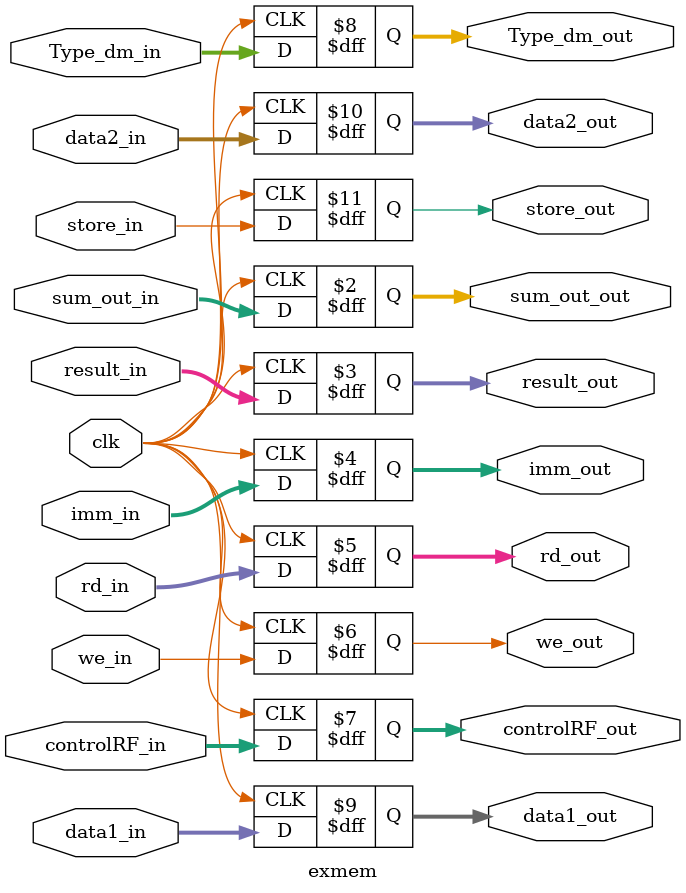
<source format=v>
module exmem(
    input wire clk,
    input wire [31:0] sum_out_in,
    input wire [31:0] result_in,
    input wire [31:0] imm_in,
    input wire [4:0] rd_in,
    input wire we_in,
    input wire [1:0] controlRF_in,
    input wire [2:0] Type_dm_in,
    input wire [31:0] data1_in,
    input wire [31:0] data2_in,
    input wire store_in,
    output reg [31:0] sum_out_out,
    output reg [31:0] result_out,
    output reg [31:0] imm_out,
    output reg [4:0] rd_out,
    output reg we_out,
    output reg [1:0] controlRF_out,
    output reg [2:0] Type_dm_out,
    output reg [31:0] data1_out,
    output reg [31:0] data2_out,
    output reg store_out
);


always @(posedge clk) begin
    sum_out_out <= sum_out_in;
    result_out <= result_in;
    imm_out <= imm_in;
    rd_out <= rd_in;
    we_out <= we_in;
    controlRF_out <= controlRF_in;
    Type_dm_out <= Type_dm_in;
    data1_out <= data1_in;
    data2_out <= data2_in;
    store_out <= store_in;
end

endmodule
</source>
